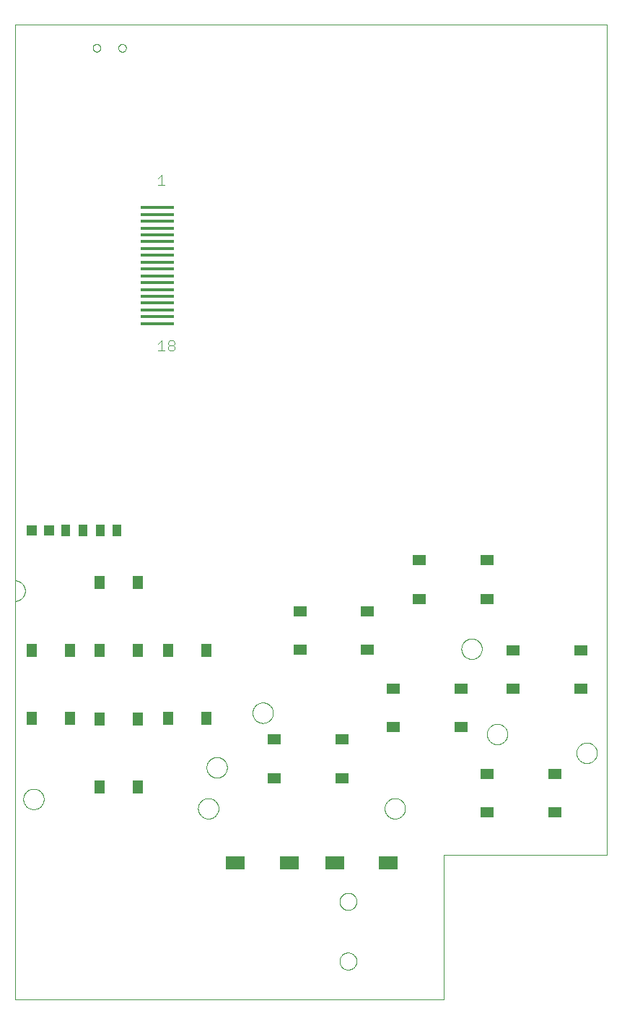
<source format=gtp>
G75*
%MOIN*%
%OFA0B0*%
%FSLAX25Y25*%
%IPPOS*%
%LPD*%
%AMOC8*
5,1,8,0,0,1.08239X$1,22.5*
%
%ADD10C,0.00000*%
%ADD11C,0.00039*%
%ADD12R,0.04331X0.05512*%
%ADD13R,0.15748X0.01575*%
%ADD14C,0.00400*%
%ADD15R,0.06102X0.05118*%
%ADD16R,0.09055X0.06299*%
%ADD17R,0.04724X0.04724*%
%ADD18R,0.05118X0.06102*%
D10*
X0017142Y0017142D02*
X0017142Y0201000D01*
X0017142Y0210449D01*
X0017142Y0466945D01*
X0290764Y0466945D01*
X0290764Y0083874D01*
X0215173Y0083874D01*
X0215173Y0017142D01*
X0017142Y0017142D01*
X0017142Y0201000D02*
X0017278Y0201002D01*
X0017414Y0201008D01*
X0017550Y0201018D01*
X0017685Y0201031D01*
X0017820Y0201049D01*
X0017955Y0201070D01*
X0018089Y0201096D01*
X0018222Y0201125D01*
X0018354Y0201158D01*
X0018485Y0201195D01*
X0018615Y0201235D01*
X0018743Y0201280D01*
X0018871Y0201328D01*
X0018997Y0201379D01*
X0019121Y0201435D01*
X0019244Y0201493D01*
X0019365Y0201556D01*
X0019484Y0201622D01*
X0019602Y0201691D01*
X0019717Y0201763D01*
X0019830Y0201839D01*
X0019941Y0201918D01*
X0020049Y0202001D01*
X0020155Y0202086D01*
X0020259Y0202174D01*
X0020360Y0202265D01*
X0020458Y0202360D01*
X0020554Y0202457D01*
X0020647Y0202556D01*
X0020736Y0202659D01*
X0020823Y0202763D01*
X0020907Y0202871D01*
X0020988Y0202980D01*
X0021065Y0203092D01*
X0021139Y0203207D01*
X0021210Y0203323D01*
X0021278Y0203441D01*
X0021342Y0203561D01*
X0021402Y0203683D01*
X0021459Y0203807D01*
X0021513Y0203932D01*
X0021563Y0204059D01*
X0021609Y0204187D01*
X0021651Y0204316D01*
X0021690Y0204447D01*
X0021725Y0204578D01*
X0021756Y0204711D01*
X0021783Y0204844D01*
X0021807Y0204978D01*
X0021826Y0205113D01*
X0021842Y0205248D01*
X0021854Y0205384D01*
X0021862Y0205520D01*
X0021866Y0205656D01*
X0021866Y0205792D01*
X0021862Y0205928D01*
X0021854Y0206064D01*
X0021842Y0206200D01*
X0021826Y0206335D01*
X0021807Y0206470D01*
X0021783Y0206604D01*
X0021756Y0206737D01*
X0021725Y0206870D01*
X0021690Y0207001D01*
X0021651Y0207132D01*
X0021609Y0207261D01*
X0021563Y0207389D01*
X0021513Y0207516D01*
X0021459Y0207641D01*
X0021402Y0207765D01*
X0021342Y0207887D01*
X0021278Y0208007D01*
X0021210Y0208125D01*
X0021139Y0208241D01*
X0021065Y0208356D01*
X0020988Y0208468D01*
X0020907Y0208577D01*
X0020823Y0208685D01*
X0020736Y0208789D01*
X0020647Y0208892D01*
X0020554Y0208991D01*
X0020458Y0209088D01*
X0020360Y0209183D01*
X0020259Y0209274D01*
X0020155Y0209362D01*
X0020049Y0209447D01*
X0019941Y0209530D01*
X0019830Y0209609D01*
X0019717Y0209685D01*
X0019602Y0209757D01*
X0019484Y0209826D01*
X0019365Y0209892D01*
X0019244Y0209955D01*
X0019121Y0210013D01*
X0018997Y0210069D01*
X0018871Y0210120D01*
X0018743Y0210168D01*
X0018615Y0210213D01*
X0018485Y0210253D01*
X0018354Y0210290D01*
X0018222Y0210323D01*
X0018089Y0210352D01*
X0017955Y0210378D01*
X0017820Y0210399D01*
X0017685Y0210417D01*
X0017550Y0210430D01*
X0017414Y0210440D01*
X0017278Y0210446D01*
X0017142Y0210448D01*
X0053165Y0456118D02*
X0053167Y0456202D01*
X0053173Y0456285D01*
X0053183Y0456368D01*
X0053197Y0456451D01*
X0053214Y0456533D01*
X0053236Y0456614D01*
X0053261Y0456693D01*
X0053290Y0456772D01*
X0053323Y0456849D01*
X0053359Y0456924D01*
X0053399Y0456998D01*
X0053442Y0457070D01*
X0053489Y0457139D01*
X0053539Y0457206D01*
X0053592Y0457271D01*
X0053648Y0457333D01*
X0053706Y0457393D01*
X0053768Y0457450D01*
X0053832Y0457503D01*
X0053899Y0457554D01*
X0053968Y0457601D01*
X0054039Y0457646D01*
X0054112Y0457686D01*
X0054187Y0457723D01*
X0054264Y0457757D01*
X0054342Y0457787D01*
X0054421Y0457813D01*
X0054502Y0457836D01*
X0054584Y0457854D01*
X0054666Y0457869D01*
X0054749Y0457880D01*
X0054832Y0457887D01*
X0054916Y0457890D01*
X0055000Y0457889D01*
X0055083Y0457884D01*
X0055167Y0457875D01*
X0055249Y0457862D01*
X0055331Y0457846D01*
X0055412Y0457825D01*
X0055493Y0457801D01*
X0055571Y0457773D01*
X0055649Y0457741D01*
X0055725Y0457705D01*
X0055799Y0457666D01*
X0055871Y0457624D01*
X0055941Y0457578D01*
X0056009Y0457529D01*
X0056074Y0457477D01*
X0056137Y0457422D01*
X0056197Y0457364D01*
X0056255Y0457303D01*
X0056309Y0457239D01*
X0056361Y0457173D01*
X0056409Y0457105D01*
X0056454Y0457034D01*
X0056495Y0456961D01*
X0056534Y0456887D01*
X0056568Y0456811D01*
X0056599Y0456733D01*
X0056626Y0456654D01*
X0056650Y0456573D01*
X0056669Y0456492D01*
X0056685Y0456410D01*
X0056697Y0456327D01*
X0056705Y0456243D01*
X0056709Y0456160D01*
X0056709Y0456076D01*
X0056705Y0455993D01*
X0056697Y0455909D01*
X0056685Y0455826D01*
X0056669Y0455744D01*
X0056650Y0455663D01*
X0056626Y0455582D01*
X0056599Y0455503D01*
X0056568Y0455425D01*
X0056534Y0455349D01*
X0056495Y0455275D01*
X0056454Y0455202D01*
X0056409Y0455131D01*
X0056361Y0455063D01*
X0056309Y0454997D01*
X0056255Y0454933D01*
X0056197Y0454872D01*
X0056137Y0454814D01*
X0056074Y0454759D01*
X0056009Y0454707D01*
X0055941Y0454658D01*
X0055871Y0454612D01*
X0055799Y0454570D01*
X0055725Y0454531D01*
X0055649Y0454495D01*
X0055571Y0454463D01*
X0055493Y0454435D01*
X0055412Y0454411D01*
X0055331Y0454390D01*
X0055249Y0454374D01*
X0055167Y0454361D01*
X0055083Y0454352D01*
X0055000Y0454347D01*
X0054916Y0454346D01*
X0054832Y0454349D01*
X0054749Y0454356D01*
X0054666Y0454367D01*
X0054584Y0454382D01*
X0054502Y0454400D01*
X0054421Y0454423D01*
X0054342Y0454449D01*
X0054264Y0454479D01*
X0054187Y0454513D01*
X0054112Y0454550D01*
X0054039Y0454590D01*
X0053968Y0454635D01*
X0053899Y0454682D01*
X0053832Y0454733D01*
X0053768Y0454786D01*
X0053706Y0454843D01*
X0053648Y0454903D01*
X0053592Y0454965D01*
X0053539Y0455030D01*
X0053489Y0455097D01*
X0053442Y0455166D01*
X0053399Y0455238D01*
X0053359Y0455312D01*
X0053323Y0455387D01*
X0053290Y0455464D01*
X0053261Y0455543D01*
X0053236Y0455622D01*
X0053214Y0455703D01*
X0053197Y0455785D01*
X0053183Y0455868D01*
X0053173Y0455951D01*
X0053167Y0456034D01*
X0053165Y0456118D01*
X0064976Y0456118D02*
X0064978Y0456202D01*
X0064984Y0456285D01*
X0064994Y0456368D01*
X0065008Y0456451D01*
X0065025Y0456533D01*
X0065047Y0456614D01*
X0065072Y0456693D01*
X0065101Y0456772D01*
X0065134Y0456849D01*
X0065170Y0456924D01*
X0065210Y0456998D01*
X0065253Y0457070D01*
X0065300Y0457139D01*
X0065350Y0457206D01*
X0065403Y0457271D01*
X0065459Y0457333D01*
X0065517Y0457393D01*
X0065579Y0457450D01*
X0065643Y0457503D01*
X0065710Y0457554D01*
X0065779Y0457601D01*
X0065850Y0457646D01*
X0065923Y0457686D01*
X0065998Y0457723D01*
X0066075Y0457757D01*
X0066153Y0457787D01*
X0066232Y0457813D01*
X0066313Y0457836D01*
X0066395Y0457854D01*
X0066477Y0457869D01*
X0066560Y0457880D01*
X0066643Y0457887D01*
X0066727Y0457890D01*
X0066811Y0457889D01*
X0066894Y0457884D01*
X0066978Y0457875D01*
X0067060Y0457862D01*
X0067142Y0457846D01*
X0067223Y0457825D01*
X0067304Y0457801D01*
X0067382Y0457773D01*
X0067460Y0457741D01*
X0067536Y0457705D01*
X0067610Y0457666D01*
X0067682Y0457624D01*
X0067752Y0457578D01*
X0067820Y0457529D01*
X0067885Y0457477D01*
X0067948Y0457422D01*
X0068008Y0457364D01*
X0068066Y0457303D01*
X0068120Y0457239D01*
X0068172Y0457173D01*
X0068220Y0457105D01*
X0068265Y0457034D01*
X0068306Y0456961D01*
X0068345Y0456887D01*
X0068379Y0456811D01*
X0068410Y0456733D01*
X0068437Y0456654D01*
X0068461Y0456573D01*
X0068480Y0456492D01*
X0068496Y0456410D01*
X0068508Y0456327D01*
X0068516Y0456243D01*
X0068520Y0456160D01*
X0068520Y0456076D01*
X0068516Y0455993D01*
X0068508Y0455909D01*
X0068496Y0455826D01*
X0068480Y0455744D01*
X0068461Y0455663D01*
X0068437Y0455582D01*
X0068410Y0455503D01*
X0068379Y0455425D01*
X0068345Y0455349D01*
X0068306Y0455275D01*
X0068265Y0455202D01*
X0068220Y0455131D01*
X0068172Y0455063D01*
X0068120Y0454997D01*
X0068066Y0454933D01*
X0068008Y0454872D01*
X0067948Y0454814D01*
X0067885Y0454759D01*
X0067820Y0454707D01*
X0067752Y0454658D01*
X0067682Y0454612D01*
X0067610Y0454570D01*
X0067536Y0454531D01*
X0067460Y0454495D01*
X0067382Y0454463D01*
X0067304Y0454435D01*
X0067223Y0454411D01*
X0067142Y0454390D01*
X0067060Y0454374D01*
X0066978Y0454361D01*
X0066894Y0454352D01*
X0066811Y0454347D01*
X0066727Y0454346D01*
X0066643Y0454349D01*
X0066560Y0454356D01*
X0066477Y0454367D01*
X0066395Y0454382D01*
X0066313Y0454400D01*
X0066232Y0454423D01*
X0066153Y0454449D01*
X0066075Y0454479D01*
X0065998Y0454513D01*
X0065923Y0454550D01*
X0065850Y0454590D01*
X0065779Y0454635D01*
X0065710Y0454682D01*
X0065643Y0454733D01*
X0065579Y0454786D01*
X0065517Y0454843D01*
X0065459Y0454903D01*
X0065403Y0454965D01*
X0065350Y0455030D01*
X0065300Y0455097D01*
X0065253Y0455166D01*
X0065210Y0455238D01*
X0065170Y0455312D01*
X0065134Y0455387D01*
X0065101Y0455464D01*
X0065072Y0455543D01*
X0065047Y0455622D01*
X0065025Y0455703D01*
X0065008Y0455785D01*
X0064994Y0455868D01*
X0064984Y0455951D01*
X0064978Y0456034D01*
X0064976Y0456118D01*
X0167142Y0062417D02*
X0167144Y0062542D01*
X0167150Y0062667D01*
X0167160Y0062791D01*
X0167174Y0062915D01*
X0167191Y0063039D01*
X0167213Y0063162D01*
X0167239Y0063284D01*
X0167268Y0063406D01*
X0167301Y0063526D01*
X0167339Y0063645D01*
X0167379Y0063764D01*
X0167424Y0063880D01*
X0167472Y0063995D01*
X0167524Y0064109D01*
X0167580Y0064221D01*
X0167639Y0064331D01*
X0167701Y0064439D01*
X0167767Y0064546D01*
X0167836Y0064650D01*
X0167909Y0064751D01*
X0167984Y0064851D01*
X0168063Y0064948D01*
X0168145Y0065042D01*
X0168230Y0065134D01*
X0168317Y0065223D01*
X0168408Y0065309D01*
X0168501Y0065392D01*
X0168597Y0065473D01*
X0168695Y0065550D01*
X0168795Y0065624D01*
X0168898Y0065695D01*
X0169003Y0065762D01*
X0169111Y0065827D01*
X0169220Y0065887D01*
X0169331Y0065945D01*
X0169444Y0065998D01*
X0169558Y0066048D01*
X0169674Y0066095D01*
X0169791Y0066137D01*
X0169910Y0066176D01*
X0170030Y0066212D01*
X0170151Y0066243D01*
X0170273Y0066271D01*
X0170395Y0066294D01*
X0170519Y0066314D01*
X0170643Y0066330D01*
X0170767Y0066342D01*
X0170892Y0066350D01*
X0171017Y0066354D01*
X0171141Y0066354D01*
X0171266Y0066350D01*
X0171391Y0066342D01*
X0171515Y0066330D01*
X0171639Y0066314D01*
X0171763Y0066294D01*
X0171885Y0066271D01*
X0172007Y0066243D01*
X0172128Y0066212D01*
X0172248Y0066176D01*
X0172367Y0066137D01*
X0172484Y0066095D01*
X0172600Y0066048D01*
X0172714Y0065998D01*
X0172827Y0065945D01*
X0172938Y0065887D01*
X0173048Y0065827D01*
X0173155Y0065762D01*
X0173260Y0065695D01*
X0173363Y0065624D01*
X0173463Y0065550D01*
X0173561Y0065473D01*
X0173657Y0065392D01*
X0173750Y0065309D01*
X0173841Y0065223D01*
X0173928Y0065134D01*
X0174013Y0065042D01*
X0174095Y0064948D01*
X0174174Y0064851D01*
X0174249Y0064751D01*
X0174322Y0064650D01*
X0174391Y0064546D01*
X0174457Y0064439D01*
X0174519Y0064331D01*
X0174578Y0064221D01*
X0174634Y0064109D01*
X0174686Y0063995D01*
X0174734Y0063880D01*
X0174779Y0063764D01*
X0174819Y0063645D01*
X0174857Y0063526D01*
X0174890Y0063406D01*
X0174919Y0063284D01*
X0174945Y0063162D01*
X0174967Y0063039D01*
X0174984Y0062915D01*
X0174998Y0062791D01*
X0175008Y0062667D01*
X0175014Y0062542D01*
X0175016Y0062417D01*
X0175014Y0062292D01*
X0175008Y0062167D01*
X0174998Y0062043D01*
X0174984Y0061919D01*
X0174967Y0061795D01*
X0174945Y0061672D01*
X0174919Y0061550D01*
X0174890Y0061428D01*
X0174857Y0061308D01*
X0174819Y0061189D01*
X0174779Y0061070D01*
X0174734Y0060954D01*
X0174686Y0060839D01*
X0174634Y0060725D01*
X0174578Y0060613D01*
X0174519Y0060503D01*
X0174457Y0060395D01*
X0174391Y0060288D01*
X0174322Y0060184D01*
X0174249Y0060083D01*
X0174174Y0059983D01*
X0174095Y0059886D01*
X0174013Y0059792D01*
X0173928Y0059700D01*
X0173841Y0059611D01*
X0173750Y0059525D01*
X0173657Y0059442D01*
X0173561Y0059361D01*
X0173463Y0059284D01*
X0173363Y0059210D01*
X0173260Y0059139D01*
X0173155Y0059072D01*
X0173047Y0059007D01*
X0172938Y0058947D01*
X0172827Y0058889D01*
X0172714Y0058836D01*
X0172600Y0058786D01*
X0172484Y0058739D01*
X0172367Y0058697D01*
X0172248Y0058658D01*
X0172128Y0058622D01*
X0172007Y0058591D01*
X0171885Y0058563D01*
X0171763Y0058540D01*
X0171639Y0058520D01*
X0171515Y0058504D01*
X0171391Y0058492D01*
X0171266Y0058484D01*
X0171141Y0058480D01*
X0171017Y0058480D01*
X0170892Y0058484D01*
X0170767Y0058492D01*
X0170643Y0058504D01*
X0170519Y0058520D01*
X0170395Y0058540D01*
X0170273Y0058563D01*
X0170151Y0058591D01*
X0170030Y0058622D01*
X0169910Y0058658D01*
X0169791Y0058697D01*
X0169674Y0058739D01*
X0169558Y0058786D01*
X0169444Y0058836D01*
X0169331Y0058889D01*
X0169220Y0058947D01*
X0169110Y0059007D01*
X0169003Y0059072D01*
X0168898Y0059139D01*
X0168795Y0059210D01*
X0168695Y0059284D01*
X0168597Y0059361D01*
X0168501Y0059442D01*
X0168408Y0059525D01*
X0168317Y0059611D01*
X0168230Y0059700D01*
X0168145Y0059792D01*
X0168063Y0059886D01*
X0167984Y0059983D01*
X0167909Y0060083D01*
X0167836Y0060184D01*
X0167767Y0060288D01*
X0167701Y0060395D01*
X0167639Y0060503D01*
X0167580Y0060613D01*
X0167524Y0060725D01*
X0167472Y0060839D01*
X0167424Y0060954D01*
X0167379Y0061070D01*
X0167339Y0061189D01*
X0167301Y0061308D01*
X0167268Y0061428D01*
X0167239Y0061550D01*
X0167213Y0061672D01*
X0167191Y0061795D01*
X0167174Y0061919D01*
X0167160Y0062043D01*
X0167150Y0062167D01*
X0167144Y0062292D01*
X0167142Y0062417D01*
X0167142Y0034858D02*
X0167144Y0034983D01*
X0167150Y0035108D01*
X0167160Y0035232D01*
X0167174Y0035356D01*
X0167191Y0035480D01*
X0167213Y0035603D01*
X0167239Y0035725D01*
X0167268Y0035847D01*
X0167301Y0035967D01*
X0167339Y0036086D01*
X0167379Y0036205D01*
X0167424Y0036321D01*
X0167472Y0036436D01*
X0167524Y0036550D01*
X0167580Y0036662D01*
X0167639Y0036772D01*
X0167701Y0036880D01*
X0167767Y0036987D01*
X0167836Y0037091D01*
X0167909Y0037192D01*
X0167984Y0037292D01*
X0168063Y0037389D01*
X0168145Y0037483D01*
X0168230Y0037575D01*
X0168317Y0037664D01*
X0168408Y0037750D01*
X0168501Y0037833D01*
X0168597Y0037914D01*
X0168695Y0037991D01*
X0168795Y0038065D01*
X0168898Y0038136D01*
X0169003Y0038203D01*
X0169111Y0038268D01*
X0169220Y0038328D01*
X0169331Y0038386D01*
X0169444Y0038439D01*
X0169558Y0038489D01*
X0169674Y0038536D01*
X0169791Y0038578D01*
X0169910Y0038617D01*
X0170030Y0038653D01*
X0170151Y0038684D01*
X0170273Y0038712D01*
X0170395Y0038735D01*
X0170519Y0038755D01*
X0170643Y0038771D01*
X0170767Y0038783D01*
X0170892Y0038791D01*
X0171017Y0038795D01*
X0171141Y0038795D01*
X0171266Y0038791D01*
X0171391Y0038783D01*
X0171515Y0038771D01*
X0171639Y0038755D01*
X0171763Y0038735D01*
X0171885Y0038712D01*
X0172007Y0038684D01*
X0172128Y0038653D01*
X0172248Y0038617D01*
X0172367Y0038578D01*
X0172484Y0038536D01*
X0172600Y0038489D01*
X0172714Y0038439D01*
X0172827Y0038386D01*
X0172938Y0038328D01*
X0173048Y0038268D01*
X0173155Y0038203D01*
X0173260Y0038136D01*
X0173363Y0038065D01*
X0173463Y0037991D01*
X0173561Y0037914D01*
X0173657Y0037833D01*
X0173750Y0037750D01*
X0173841Y0037664D01*
X0173928Y0037575D01*
X0174013Y0037483D01*
X0174095Y0037389D01*
X0174174Y0037292D01*
X0174249Y0037192D01*
X0174322Y0037091D01*
X0174391Y0036987D01*
X0174457Y0036880D01*
X0174519Y0036772D01*
X0174578Y0036662D01*
X0174634Y0036550D01*
X0174686Y0036436D01*
X0174734Y0036321D01*
X0174779Y0036205D01*
X0174819Y0036086D01*
X0174857Y0035967D01*
X0174890Y0035847D01*
X0174919Y0035725D01*
X0174945Y0035603D01*
X0174967Y0035480D01*
X0174984Y0035356D01*
X0174998Y0035232D01*
X0175008Y0035108D01*
X0175014Y0034983D01*
X0175016Y0034858D01*
X0175014Y0034733D01*
X0175008Y0034608D01*
X0174998Y0034484D01*
X0174984Y0034360D01*
X0174967Y0034236D01*
X0174945Y0034113D01*
X0174919Y0033991D01*
X0174890Y0033869D01*
X0174857Y0033749D01*
X0174819Y0033630D01*
X0174779Y0033511D01*
X0174734Y0033395D01*
X0174686Y0033280D01*
X0174634Y0033166D01*
X0174578Y0033054D01*
X0174519Y0032944D01*
X0174457Y0032836D01*
X0174391Y0032729D01*
X0174322Y0032625D01*
X0174249Y0032524D01*
X0174174Y0032424D01*
X0174095Y0032327D01*
X0174013Y0032233D01*
X0173928Y0032141D01*
X0173841Y0032052D01*
X0173750Y0031966D01*
X0173657Y0031883D01*
X0173561Y0031802D01*
X0173463Y0031725D01*
X0173363Y0031651D01*
X0173260Y0031580D01*
X0173155Y0031513D01*
X0173047Y0031448D01*
X0172938Y0031388D01*
X0172827Y0031330D01*
X0172714Y0031277D01*
X0172600Y0031227D01*
X0172484Y0031180D01*
X0172367Y0031138D01*
X0172248Y0031099D01*
X0172128Y0031063D01*
X0172007Y0031032D01*
X0171885Y0031004D01*
X0171763Y0030981D01*
X0171639Y0030961D01*
X0171515Y0030945D01*
X0171391Y0030933D01*
X0171266Y0030925D01*
X0171141Y0030921D01*
X0171017Y0030921D01*
X0170892Y0030925D01*
X0170767Y0030933D01*
X0170643Y0030945D01*
X0170519Y0030961D01*
X0170395Y0030981D01*
X0170273Y0031004D01*
X0170151Y0031032D01*
X0170030Y0031063D01*
X0169910Y0031099D01*
X0169791Y0031138D01*
X0169674Y0031180D01*
X0169558Y0031227D01*
X0169444Y0031277D01*
X0169331Y0031330D01*
X0169220Y0031388D01*
X0169110Y0031448D01*
X0169003Y0031513D01*
X0168898Y0031580D01*
X0168795Y0031651D01*
X0168695Y0031725D01*
X0168597Y0031802D01*
X0168501Y0031883D01*
X0168408Y0031966D01*
X0168317Y0032052D01*
X0168230Y0032141D01*
X0168145Y0032233D01*
X0168063Y0032327D01*
X0167984Y0032424D01*
X0167909Y0032524D01*
X0167836Y0032625D01*
X0167767Y0032729D01*
X0167701Y0032836D01*
X0167639Y0032944D01*
X0167580Y0033054D01*
X0167524Y0033166D01*
X0167472Y0033280D01*
X0167424Y0033395D01*
X0167379Y0033511D01*
X0167339Y0033630D01*
X0167301Y0033749D01*
X0167268Y0033869D01*
X0167239Y0033991D01*
X0167213Y0034113D01*
X0167191Y0034236D01*
X0167174Y0034360D01*
X0167160Y0034484D01*
X0167150Y0034608D01*
X0167144Y0034733D01*
X0167142Y0034858D01*
D11*
X0188008Y0105331D02*
X0188010Y0105468D01*
X0188016Y0105606D01*
X0188026Y0105743D01*
X0188040Y0105879D01*
X0188058Y0106016D01*
X0188080Y0106151D01*
X0188106Y0106286D01*
X0188135Y0106420D01*
X0188169Y0106554D01*
X0188206Y0106686D01*
X0188248Y0106817D01*
X0188293Y0106947D01*
X0188342Y0107075D01*
X0188394Y0107202D01*
X0188451Y0107327D01*
X0188510Y0107451D01*
X0188574Y0107573D01*
X0188641Y0107693D01*
X0188711Y0107811D01*
X0188785Y0107927D01*
X0188862Y0108041D01*
X0188943Y0108152D01*
X0189026Y0108261D01*
X0189113Y0108368D01*
X0189203Y0108471D01*
X0189296Y0108573D01*
X0189392Y0108671D01*
X0189490Y0108767D01*
X0189592Y0108860D01*
X0189695Y0108950D01*
X0189802Y0109037D01*
X0189911Y0109120D01*
X0190022Y0109201D01*
X0190136Y0109278D01*
X0190252Y0109352D01*
X0190370Y0109422D01*
X0190490Y0109489D01*
X0190612Y0109553D01*
X0190736Y0109612D01*
X0190861Y0109669D01*
X0190988Y0109721D01*
X0191116Y0109770D01*
X0191246Y0109815D01*
X0191377Y0109857D01*
X0191509Y0109894D01*
X0191643Y0109928D01*
X0191777Y0109957D01*
X0191912Y0109983D01*
X0192047Y0110005D01*
X0192184Y0110023D01*
X0192320Y0110037D01*
X0192457Y0110047D01*
X0192595Y0110053D01*
X0192732Y0110055D01*
X0192869Y0110053D01*
X0193007Y0110047D01*
X0193144Y0110037D01*
X0193280Y0110023D01*
X0193417Y0110005D01*
X0193552Y0109983D01*
X0193687Y0109957D01*
X0193821Y0109928D01*
X0193955Y0109894D01*
X0194087Y0109857D01*
X0194218Y0109815D01*
X0194348Y0109770D01*
X0194476Y0109721D01*
X0194603Y0109669D01*
X0194728Y0109612D01*
X0194852Y0109553D01*
X0194974Y0109489D01*
X0195094Y0109422D01*
X0195212Y0109352D01*
X0195328Y0109278D01*
X0195442Y0109201D01*
X0195553Y0109120D01*
X0195662Y0109037D01*
X0195769Y0108950D01*
X0195872Y0108860D01*
X0195974Y0108767D01*
X0196072Y0108671D01*
X0196168Y0108573D01*
X0196261Y0108471D01*
X0196351Y0108368D01*
X0196438Y0108261D01*
X0196521Y0108152D01*
X0196602Y0108041D01*
X0196679Y0107927D01*
X0196753Y0107811D01*
X0196823Y0107693D01*
X0196890Y0107573D01*
X0196954Y0107451D01*
X0197013Y0107327D01*
X0197070Y0107202D01*
X0197122Y0107075D01*
X0197171Y0106947D01*
X0197216Y0106817D01*
X0197258Y0106686D01*
X0197295Y0106554D01*
X0197329Y0106420D01*
X0197358Y0106286D01*
X0197384Y0106151D01*
X0197406Y0106016D01*
X0197424Y0105879D01*
X0197438Y0105743D01*
X0197448Y0105606D01*
X0197454Y0105468D01*
X0197456Y0105331D01*
X0197454Y0105194D01*
X0197448Y0105056D01*
X0197438Y0104919D01*
X0197424Y0104783D01*
X0197406Y0104646D01*
X0197384Y0104511D01*
X0197358Y0104376D01*
X0197329Y0104242D01*
X0197295Y0104108D01*
X0197258Y0103976D01*
X0197216Y0103845D01*
X0197171Y0103715D01*
X0197122Y0103587D01*
X0197070Y0103460D01*
X0197013Y0103335D01*
X0196954Y0103211D01*
X0196890Y0103089D01*
X0196823Y0102969D01*
X0196753Y0102851D01*
X0196679Y0102735D01*
X0196602Y0102621D01*
X0196521Y0102510D01*
X0196438Y0102401D01*
X0196351Y0102294D01*
X0196261Y0102191D01*
X0196168Y0102089D01*
X0196072Y0101991D01*
X0195974Y0101895D01*
X0195872Y0101802D01*
X0195769Y0101712D01*
X0195662Y0101625D01*
X0195553Y0101542D01*
X0195442Y0101461D01*
X0195328Y0101384D01*
X0195212Y0101310D01*
X0195094Y0101240D01*
X0194974Y0101173D01*
X0194852Y0101109D01*
X0194728Y0101050D01*
X0194603Y0100993D01*
X0194476Y0100941D01*
X0194348Y0100892D01*
X0194218Y0100847D01*
X0194087Y0100805D01*
X0193955Y0100768D01*
X0193821Y0100734D01*
X0193687Y0100705D01*
X0193552Y0100679D01*
X0193417Y0100657D01*
X0193280Y0100639D01*
X0193144Y0100625D01*
X0193007Y0100615D01*
X0192869Y0100609D01*
X0192732Y0100607D01*
X0192595Y0100609D01*
X0192457Y0100615D01*
X0192320Y0100625D01*
X0192184Y0100639D01*
X0192047Y0100657D01*
X0191912Y0100679D01*
X0191777Y0100705D01*
X0191643Y0100734D01*
X0191509Y0100768D01*
X0191377Y0100805D01*
X0191246Y0100847D01*
X0191116Y0100892D01*
X0190988Y0100941D01*
X0190861Y0100993D01*
X0190736Y0101050D01*
X0190612Y0101109D01*
X0190490Y0101173D01*
X0190370Y0101240D01*
X0190252Y0101310D01*
X0190136Y0101384D01*
X0190022Y0101461D01*
X0189911Y0101542D01*
X0189802Y0101625D01*
X0189695Y0101712D01*
X0189592Y0101802D01*
X0189490Y0101895D01*
X0189392Y0101991D01*
X0189296Y0102089D01*
X0189203Y0102191D01*
X0189113Y0102294D01*
X0189026Y0102401D01*
X0188943Y0102510D01*
X0188862Y0102621D01*
X0188785Y0102735D01*
X0188711Y0102851D01*
X0188641Y0102969D01*
X0188574Y0103089D01*
X0188510Y0103211D01*
X0188451Y0103335D01*
X0188394Y0103460D01*
X0188342Y0103587D01*
X0188293Y0103715D01*
X0188248Y0103845D01*
X0188206Y0103976D01*
X0188169Y0104108D01*
X0188135Y0104242D01*
X0188106Y0104376D01*
X0188080Y0104511D01*
X0188058Y0104646D01*
X0188040Y0104783D01*
X0188026Y0104919D01*
X0188016Y0105056D01*
X0188010Y0105194D01*
X0188008Y0105331D01*
X0223441Y0178953D02*
X0223443Y0179090D01*
X0223449Y0179228D01*
X0223459Y0179365D01*
X0223473Y0179501D01*
X0223491Y0179638D01*
X0223513Y0179773D01*
X0223539Y0179908D01*
X0223568Y0180042D01*
X0223602Y0180176D01*
X0223639Y0180308D01*
X0223681Y0180439D01*
X0223726Y0180569D01*
X0223775Y0180697D01*
X0223827Y0180824D01*
X0223884Y0180949D01*
X0223943Y0181073D01*
X0224007Y0181195D01*
X0224074Y0181315D01*
X0224144Y0181433D01*
X0224218Y0181549D01*
X0224295Y0181663D01*
X0224376Y0181774D01*
X0224459Y0181883D01*
X0224546Y0181990D01*
X0224636Y0182093D01*
X0224729Y0182195D01*
X0224825Y0182293D01*
X0224923Y0182389D01*
X0225025Y0182482D01*
X0225128Y0182572D01*
X0225235Y0182659D01*
X0225344Y0182742D01*
X0225455Y0182823D01*
X0225569Y0182900D01*
X0225685Y0182974D01*
X0225803Y0183044D01*
X0225923Y0183111D01*
X0226045Y0183175D01*
X0226169Y0183234D01*
X0226294Y0183291D01*
X0226421Y0183343D01*
X0226549Y0183392D01*
X0226679Y0183437D01*
X0226810Y0183479D01*
X0226942Y0183516D01*
X0227076Y0183550D01*
X0227210Y0183579D01*
X0227345Y0183605D01*
X0227480Y0183627D01*
X0227617Y0183645D01*
X0227753Y0183659D01*
X0227890Y0183669D01*
X0228028Y0183675D01*
X0228165Y0183677D01*
X0228302Y0183675D01*
X0228440Y0183669D01*
X0228577Y0183659D01*
X0228713Y0183645D01*
X0228850Y0183627D01*
X0228985Y0183605D01*
X0229120Y0183579D01*
X0229254Y0183550D01*
X0229388Y0183516D01*
X0229520Y0183479D01*
X0229651Y0183437D01*
X0229781Y0183392D01*
X0229909Y0183343D01*
X0230036Y0183291D01*
X0230161Y0183234D01*
X0230285Y0183175D01*
X0230407Y0183111D01*
X0230527Y0183044D01*
X0230645Y0182974D01*
X0230761Y0182900D01*
X0230875Y0182823D01*
X0230986Y0182742D01*
X0231095Y0182659D01*
X0231202Y0182572D01*
X0231305Y0182482D01*
X0231407Y0182389D01*
X0231505Y0182293D01*
X0231601Y0182195D01*
X0231694Y0182093D01*
X0231784Y0181990D01*
X0231871Y0181883D01*
X0231954Y0181774D01*
X0232035Y0181663D01*
X0232112Y0181549D01*
X0232186Y0181433D01*
X0232256Y0181315D01*
X0232323Y0181195D01*
X0232387Y0181073D01*
X0232446Y0180949D01*
X0232503Y0180824D01*
X0232555Y0180697D01*
X0232604Y0180569D01*
X0232649Y0180439D01*
X0232691Y0180308D01*
X0232728Y0180176D01*
X0232762Y0180042D01*
X0232791Y0179908D01*
X0232817Y0179773D01*
X0232839Y0179638D01*
X0232857Y0179501D01*
X0232871Y0179365D01*
X0232881Y0179228D01*
X0232887Y0179090D01*
X0232889Y0178953D01*
X0232887Y0178816D01*
X0232881Y0178678D01*
X0232871Y0178541D01*
X0232857Y0178405D01*
X0232839Y0178268D01*
X0232817Y0178133D01*
X0232791Y0177998D01*
X0232762Y0177864D01*
X0232728Y0177730D01*
X0232691Y0177598D01*
X0232649Y0177467D01*
X0232604Y0177337D01*
X0232555Y0177209D01*
X0232503Y0177082D01*
X0232446Y0176957D01*
X0232387Y0176833D01*
X0232323Y0176711D01*
X0232256Y0176591D01*
X0232186Y0176473D01*
X0232112Y0176357D01*
X0232035Y0176243D01*
X0231954Y0176132D01*
X0231871Y0176023D01*
X0231784Y0175916D01*
X0231694Y0175813D01*
X0231601Y0175711D01*
X0231505Y0175613D01*
X0231407Y0175517D01*
X0231305Y0175424D01*
X0231202Y0175334D01*
X0231095Y0175247D01*
X0230986Y0175164D01*
X0230875Y0175083D01*
X0230761Y0175006D01*
X0230645Y0174932D01*
X0230527Y0174862D01*
X0230407Y0174795D01*
X0230285Y0174731D01*
X0230161Y0174672D01*
X0230036Y0174615D01*
X0229909Y0174563D01*
X0229781Y0174514D01*
X0229651Y0174469D01*
X0229520Y0174427D01*
X0229388Y0174390D01*
X0229254Y0174356D01*
X0229120Y0174327D01*
X0228985Y0174301D01*
X0228850Y0174279D01*
X0228713Y0174261D01*
X0228577Y0174247D01*
X0228440Y0174237D01*
X0228302Y0174231D01*
X0228165Y0174229D01*
X0228028Y0174231D01*
X0227890Y0174237D01*
X0227753Y0174247D01*
X0227617Y0174261D01*
X0227480Y0174279D01*
X0227345Y0174301D01*
X0227210Y0174327D01*
X0227076Y0174356D01*
X0226942Y0174390D01*
X0226810Y0174427D01*
X0226679Y0174469D01*
X0226549Y0174514D01*
X0226421Y0174563D01*
X0226294Y0174615D01*
X0226169Y0174672D01*
X0226045Y0174731D01*
X0225923Y0174795D01*
X0225803Y0174862D01*
X0225685Y0174932D01*
X0225569Y0175006D01*
X0225455Y0175083D01*
X0225344Y0175164D01*
X0225235Y0175247D01*
X0225128Y0175334D01*
X0225025Y0175424D01*
X0224923Y0175517D01*
X0224825Y0175613D01*
X0224729Y0175711D01*
X0224636Y0175813D01*
X0224546Y0175916D01*
X0224459Y0176023D01*
X0224376Y0176132D01*
X0224295Y0176243D01*
X0224218Y0176357D01*
X0224144Y0176473D01*
X0224074Y0176591D01*
X0224007Y0176711D01*
X0223943Y0176833D01*
X0223884Y0176957D01*
X0223827Y0177082D01*
X0223775Y0177209D01*
X0223726Y0177337D01*
X0223681Y0177467D01*
X0223639Y0177598D01*
X0223602Y0177730D01*
X0223568Y0177864D01*
X0223539Y0177998D01*
X0223513Y0178133D01*
X0223491Y0178268D01*
X0223473Y0178405D01*
X0223459Y0178541D01*
X0223449Y0178678D01*
X0223443Y0178816D01*
X0223441Y0178953D01*
X0235252Y0139583D02*
X0235254Y0139720D01*
X0235260Y0139858D01*
X0235270Y0139995D01*
X0235284Y0140131D01*
X0235302Y0140268D01*
X0235324Y0140403D01*
X0235350Y0140538D01*
X0235379Y0140672D01*
X0235413Y0140806D01*
X0235450Y0140938D01*
X0235492Y0141069D01*
X0235537Y0141199D01*
X0235586Y0141327D01*
X0235638Y0141454D01*
X0235695Y0141579D01*
X0235754Y0141703D01*
X0235818Y0141825D01*
X0235885Y0141945D01*
X0235955Y0142063D01*
X0236029Y0142179D01*
X0236106Y0142293D01*
X0236187Y0142404D01*
X0236270Y0142513D01*
X0236357Y0142620D01*
X0236447Y0142723D01*
X0236540Y0142825D01*
X0236636Y0142923D01*
X0236734Y0143019D01*
X0236836Y0143112D01*
X0236939Y0143202D01*
X0237046Y0143289D01*
X0237155Y0143372D01*
X0237266Y0143453D01*
X0237380Y0143530D01*
X0237496Y0143604D01*
X0237614Y0143674D01*
X0237734Y0143741D01*
X0237856Y0143805D01*
X0237980Y0143864D01*
X0238105Y0143921D01*
X0238232Y0143973D01*
X0238360Y0144022D01*
X0238490Y0144067D01*
X0238621Y0144109D01*
X0238753Y0144146D01*
X0238887Y0144180D01*
X0239021Y0144209D01*
X0239156Y0144235D01*
X0239291Y0144257D01*
X0239428Y0144275D01*
X0239564Y0144289D01*
X0239701Y0144299D01*
X0239839Y0144305D01*
X0239976Y0144307D01*
X0240113Y0144305D01*
X0240251Y0144299D01*
X0240388Y0144289D01*
X0240524Y0144275D01*
X0240661Y0144257D01*
X0240796Y0144235D01*
X0240931Y0144209D01*
X0241065Y0144180D01*
X0241199Y0144146D01*
X0241331Y0144109D01*
X0241462Y0144067D01*
X0241592Y0144022D01*
X0241720Y0143973D01*
X0241847Y0143921D01*
X0241972Y0143864D01*
X0242096Y0143805D01*
X0242218Y0143741D01*
X0242338Y0143674D01*
X0242456Y0143604D01*
X0242572Y0143530D01*
X0242686Y0143453D01*
X0242797Y0143372D01*
X0242906Y0143289D01*
X0243013Y0143202D01*
X0243116Y0143112D01*
X0243218Y0143019D01*
X0243316Y0142923D01*
X0243412Y0142825D01*
X0243505Y0142723D01*
X0243595Y0142620D01*
X0243682Y0142513D01*
X0243765Y0142404D01*
X0243846Y0142293D01*
X0243923Y0142179D01*
X0243997Y0142063D01*
X0244067Y0141945D01*
X0244134Y0141825D01*
X0244198Y0141703D01*
X0244257Y0141579D01*
X0244314Y0141454D01*
X0244366Y0141327D01*
X0244415Y0141199D01*
X0244460Y0141069D01*
X0244502Y0140938D01*
X0244539Y0140806D01*
X0244573Y0140672D01*
X0244602Y0140538D01*
X0244628Y0140403D01*
X0244650Y0140268D01*
X0244668Y0140131D01*
X0244682Y0139995D01*
X0244692Y0139858D01*
X0244698Y0139720D01*
X0244700Y0139583D01*
X0244698Y0139446D01*
X0244692Y0139308D01*
X0244682Y0139171D01*
X0244668Y0139035D01*
X0244650Y0138898D01*
X0244628Y0138763D01*
X0244602Y0138628D01*
X0244573Y0138494D01*
X0244539Y0138360D01*
X0244502Y0138228D01*
X0244460Y0138097D01*
X0244415Y0137967D01*
X0244366Y0137839D01*
X0244314Y0137712D01*
X0244257Y0137587D01*
X0244198Y0137463D01*
X0244134Y0137341D01*
X0244067Y0137221D01*
X0243997Y0137103D01*
X0243923Y0136987D01*
X0243846Y0136873D01*
X0243765Y0136762D01*
X0243682Y0136653D01*
X0243595Y0136546D01*
X0243505Y0136443D01*
X0243412Y0136341D01*
X0243316Y0136243D01*
X0243218Y0136147D01*
X0243116Y0136054D01*
X0243013Y0135964D01*
X0242906Y0135877D01*
X0242797Y0135794D01*
X0242686Y0135713D01*
X0242572Y0135636D01*
X0242456Y0135562D01*
X0242338Y0135492D01*
X0242218Y0135425D01*
X0242096Y0135361D01*
X0241972Y0135302D01*
X0241847Y0135245D01*
X0241720Y0135193D01*
X0241592Y0135144D01*
X0241462Y0135099D01*
X0241331Y0135057D01*
X0241199Y0135020D01*
X0241065Y0134986D01*
X0240931Y0134957D01*
X0240796Y0134931D01*
X0240661Y0134909D01*
X0240524Y0134891D01*
X0240388Y0134877D01*
X0240251Y0134867D01*
X0240113Y0134861D01*
X0239976Y0134859D01*
X0239839Y0134861D01*
X0239701Y0134867D01*
X0239564Y0134877D01*
X0239428Y0134891D01*
X0239291Y0134909D01*
X0239156Y0134931D01*
X0239021Y0134957D01*
X0238887Y0134986D01*
X0238753Y0135020D01*
X0238621Y0135057D01*
X0238490Y0135099D01*
X0238360Y0135144D01*
X0238232Y0135193D01*
X0238105Y0135245D01*
X0237980Y0135302D01*
X0237856Y0135361D01*
X0237734Y0135425D01*
X0237614Y0135492D01*
X0237496Y0135562D01*
X0237380Y0135636D01*
X0237266Y0135713D01*
X0237155Y0135794D01*
X0237046Y0135877D01*
X0236939Y0135964D01*
X0236836Y0136054D01*
X0236734Y0136147D01*
X0236636Y0136243D01*
X0236540Y0136341D01*
X0236447Y0136443D01*
X0236357Y0136546D01*
X0236270Y0136653D01*
X0236187Y0136762D01*
X0236106Y0136873D01*
X0236029Y0136987D01*
X0235955Y0137103D01*
X0235885Y0137221D01*
X0235818Y0137341D01*
X0235754Y0137463D01*
X0235695Y0137587D01*
X0235638Y0137712D01*
X0235586Y0137839D01*
X0235537Y0137967D01*
X0235492Y0138097D01*
X0235450Y0138228D01*
X0235413Y0138360D01*
X0235379Y0138494D01*
X0235350Y0138628D01*
X0235324Y0138763D01*
X0235302Y0138898D01*
X0235284Y0139035D01*
X0235270Y0139171D01*
X0235260Y0139308D01*
X0235254Y0139446D01*
X0235252Y0139583D01*
X0276591Y0130921D02*
X0276593Y0131058D01*
X0276599Y0131196D01*
X0276609Y0131333D01*
X0276623Y0131469D01*
X0276641Y0131606D01*
X0276663Y0131741D01*
X0276689Y0131876D01*
X0276718Y0132010D01*
X0276752Y0132144D01*
X0276789Y0132276D01*
X0276831Y0132407D01*
X0276876Y0132537D01*
X0276925Y0132665D01*
X0276977Y0132792D01*
X0277034Y0132917D01*
X0277093Y0133041D01*
X0277157Y0133163D01*
X0277224Y0133283D01*
X0277294Y0133401D01*
X0277368Y0133517D01*
X0277445Y0133631D01*
X0277526Y0133742D01*
X0277609Y0133851D01*
X0277696Y0133958D01*
X0277786Y0134061D01*
X0277879Y0134163D01*
X0277975Y0134261D01*
X0278073Y0134357D01*
X0278175Y0134450D01*
X0278278Y0134540D01*
X0278385Y0134627D01*
X0278494Y0134710D01*
X0278605Y0134791D01*
X0278719Y0134868D01*
X0278835Y0134942D01*
X0278953Y0135012D01*
X0279073Y0135079D01*
X0279195Y0135143D01*
X0279319Y0135202D01*
X0279444Y0135259D01*
X0279571Y0135311D01*
X0279699Y0135360D01*
X0279829Y0135405D01*
X0279960Y0135447D01*
X0280092Y0135484D01*
X0280226Y0135518D01*
X0280360Y0135547D01*
X0280495Y0135573D01*
X0280630Y0135595D01*
X0280767Y0135613D01*
X0280903Y0135627D01*
X0281040Y0135637D01*
X0281178Y0135643D01*
X0281315Y0135645D01*
X0281452Y0135643D01*
X0281590Y0135637D01*
X0281727Y0135627D01*
X0281863Y0135613D01*
X0282000Y0135595D01*
X0282135Y0135573D01*
X0282270Y0135547D01*
X0282404Y0135518D01*
X0282538Y0135484D01*
X0282670Y0135447D01*
X0282801Y0135405D01*
X0282931Y0135360D01*
X0283059Y0135311D01*
X0283186Y0135259D01*
X0283311Y0135202D01*
X0283435Y0135143D01*
X0283557Y0135079D01*
X0283677Y0135012D01*
X0283795Y0134942D01*
X0283911Y0134868D01*
X0284025Y0134791D01*
X0284136Y0134710D01*
X0284245Y0134627D01*
X0284352Y0134540D01*
X0284455Y0134450D01*
X0284557Y0134357D01*
X0284655Y0134261D01*
X0284751Y0134163D01*
X0284844Y0134061D01*
X0284934Y0133958D01*
X0285021Y0133851D01*
X0285104Y0133742D01*
X0285185Y0133631D01*
X0285262Y0133517D01*
X0285336Y0133401D01*
X0285406Y0133283D01*
X0285473Y0133163D01*
X0285537Y0133041D01*
X0285596Y0132917D01*
X0285653Y0132792D01*
X0285705Y0132665D01*
X0285754Y0132537D01*
X0285799Y0132407D01*
X0285841Y0132276D01*
X0285878Y0132144D01*
X0285912Y0132010D01*
X0285941Y0131876D01*
X0285967Y0131741D01*
X0285989Y0131606D01*
X0286007Y0131469D01*
X0286021Y0131333D01*
X0286031Y0131196D01*
X0286037Y0131058D01*
X0286039Y0130921D01*
X0286037Y0130784D01*
X0286031Y0130646D01*
X0286021Y0130509D01*
X0286007Y0130373D01*
X0285989Y0130236D01*
X0285967Y0130101D01*
X0285941Y0129966D01*
X0285912Y0129832D01*
X0285878Y0129698D01*
X0285841Y0129566D01*
X0285799Y0129435D01*
X0285754Y0129305D01*
X0285705Y0129177D01*
X0285653Y0129050D01*
X0285596Y0128925D01*
X0285537Y0128801D01*
X0285473Y0128679D01*
X0285406Y0128559D01*
X0285336Y0128441D01*
X0285262Y0128325D01*
X0285185Y0128211D01*
X0285104Y0128100D01*
X0285021Y0127991D01*
X0284934Y0127884D01*
X0284844Y0127781D01*
X0284751Y0127679D01*
X0284655Y0127581D01*
X0284557Y0127485D01*
X0284455Y0127392D01*
X0284352Y0127302D01*
X0284245Y0127215D01*
X0284136Y0127132D01*
X0284025Y0127051D01*
X0283911Y0126974D01*
X0283795Y0126900D01*
X0283677Y0126830D01*
X0283557Y0126763D01*
X0283435Y0126699D01*
X0283311Y0126640D01*
X0283186Y0126583D01*
X0283059Y0126531D01*
X0282931Y0126482D01*
X0282801Y0126437D01*
X0282670Y0126395D01*
X0282538Y0126358D01*
X0282404Y0126324D01*
X0282270Y0126295D01*
X0282135Y0126269D01*
X0282000Y0126247D01*
X0281863Y0126229D01*
X0281727Y0126215D01*
X0281590Y0126205D01*
X0281452Y0126199D01*
X0281315Y0126197D01*
X0281178Y0126199D01*
X0281040Y0126205D01*
X0280903Y0126215D01*
X0280767Y0126229D01*
X0280630Y0126247D01*
X0280495Y0126269D01*
X0280360Y0126295D01*
X0280226Y0126324D01*
X0280092Y0126358D01*
X0279960Y0126395D01*
X0279829Y0126437D01*
X0279699Y0126482D01*
X0279571Y0126531D01*
X0279444Y0126583D01*
X0279319Y0126640D01*
X0279195Y0126699D01*
X0279073Y0126763D01*
X0278953Y0126830D01*
X0278835Y0126900D01*
X0278719Y0126974D01*
X0278605Y0127051D01*
X0278494Y0127132D01*
X0278385Y0127215D01*
X0278278Y0127302D01*
X0278175Y0127392D01*
X0278073Y0127485D01*
X0277975Y0127581D01*
X0277879Y0127679D01*
X0277786Y0127781D01*
X0277696Y0127884D01*
X0277609Y0127991D01*
X0277526Y0128100D01*
X0277445Y0128211D01*
X0277368Y0128325D01*
X0277294Y0128441D01*
X0277224Y0128559D01*
X0277157Y0128679D01*
X0277093Y0128801D01*
X0277034Y0128925D01*
X0276977Y0129050D01*
X0276925Y0129177D01*
X0276876Y0129305D01*
X0276831Y0129435D01*
X0276789Y0129566D01*
X0276752Y0129698D01*
X0276718Y0129832D01*
X0276689Y0129966D01*
X0276663Y0130101D01*
X0276641Y0130236D01*
X0276623Y0130373D01*
X0276609Y0130509D01*
X0276599Y0130646D01*
X0276593Y0130784D01*
X0276591Y0130921D01*
X0126985Y0149425D02*
X0126987Y0149562D01*
X0126993Y0149700D01*
X0127003Y0149837D01*
X0127017Y0149973D01*
X0127035Y0150110D01*
X0127057Y0150245D01*
X0127083Y0150380D01*
X0127112Y0150514D01*
X0127146Y0150648D01*
X0127183Y0150780D01*
X0127225Y0150911D01*
X0127270Y0151041D01*
X0127319Y0151169D01*
X0127371Y0151296D01*
X0127428Y0151421D01*
X0127487Y0151545D01*
X0127551Y0151667D01*
X0127618Y0151787D01*
X0127688Y0151905D01*
X0127762Y0152021D01*
X0127839Y0152135D01*
X0127920Y0152246D01*
X0128003Y0152355D01*
X0128090Y0152462D01*
X0128180Y0152565D01*
X0128273Y0152667D01*
X0128369Y0152765D01*
X0128467Y0152861D01*
X0128569Y0152954D01*
X0128672Y0153044D01*
X0128779Y0153131D01*
X0128888Y0153214D01*
X0128999Y0153295D01*
X0129113Y0153372D01*
X0129229Y0153446D01*
X0129347Y0153516D01*
X0129467Y0153583D01*
X0129589Y0153647D01*
X0129713Y0153706D01*
X0129838Y0153763D01*
X0129965Y0153815D01*
X0130093Y0153864D01*
X0130223Y0153909D01*
X0130354Y0153951D01*
X0130486Y0153988D01*
X0130620Y0154022D01*
X0130754Y0154051D01*
X0130889Y0154077D01*
X0131024Y0154099D01*
X0131161Y0154117D01*
X0131297Y0154131D01*
X0131434Y0154141D01*
X0131572Y0154147D01*
X0131709Y0154149D01*
X0131846Y0154147D01*
X0131984Y0154141D01*
X0132121Y0154131D01*
X0132257Y0154117D01*
X0132394Y0154099D01*
X0132529Y0154077D01*
X0132664Y0154051D01*
X0132798Y0154022D01*
X0132932Y0153988D01*
X0133064Y0153951D01*
X0133195Y0153909D01*
X0133325Y0153864D01*
X0133453Y0153815D01*
X0133580Y0153763D01*
X0133705Y0153706D01*
X0133829Y0153647D01*
X0133951Y0153583D01*
X0134071Y0153516D01*
X0134189Y0153446D01*
X0134305Y0153372D01*
X0134419Y0153295D01*
X0134530Y0153214D01*
X0134639Y0153131D01*
X0134746Y0153044D01*
X0134849Y0152954D01*
X0134951Y0152861D01*
X0135049Y0152765D01*
X0135145Y0152667D01*
X0135238Y0152565D01*
X0135328Y0152462D01*
X0135415Y0152355D01*
X0135498Y0152246D01*
X0135579Y0152135D01*
X0135656Y0152021D01*
X0135730Y0151905D01*
X0135800Y0151787D01*
X0135867Y0151667D01*
X0135931Y0151545D01*
X0135990Y0151421D01*
X0136047Y0151296D01*
X0136099Y0151169D01*
X0136148Y0151041D01*
X0136193Y0150911D01*
X0136235Y0150780D01*
X0136272Y0150648D01*
X0136306Y0150514D01*
X0136335Y0150380D01*
X0136361Y0150245D01*
X0136383Y0150110D01*
X0136401Y0149973D01*
X0136415Y0149837D01*
X0136425Y0149700D01*
X0136431Y0149562D01*
X0136433Y0149425D01*
X0136431Y0149288D01*
X0136425Y0149150D01*
X0136415Y0149013D01*
X0136401Y0148877D01*
X0136383Y0148740D01*
X0136361Y0148605D01*
X0136335Y0148470D01*
X0136306Y0148336D01*
X0136272Y0148202D01*
X0136235Y0148070D01*
X0136193Y0147939D01*
X0136148Y0147809D01*
X0136099Y0147681D01*
X0136047Y0147554D01*
X0135990Y0147429D01*
X0135931Y0147305D01*
X0135867Y0147183D01*
X0135800Y0147063D01*
X0135730Y0146945D01*
X0135656Y0146829D01*
X0135579Y0146715D01*
X0135498Y0146604D01*
X0135415Y0146495D01*
X0135328Y0146388D01*
X0135238Y0146285D01*
X0135145Y0146183D01*
X0135049Y0146085D01*
X0134951Y0145989D01*
X0134849Y0145896D01*
X0134746Y0145806D01*
X0134639Y0145719D01*
X0134530Y0145636D01*
X0134419Y0145555D01*
X0134305Y0145478D01*
X0134189Y0145404D01*
X0134071Y0145334D01*
X0133951Y0145267D01*
X0133829Y0145203D01*
X0133705Y0145144D01*
X0133580Y0145087D01*
X0133453Y0145035D01*
X0133325Y0144986D01*
X0133195Y0144941D01*
X0133064Y0144899D01*
X0132932Y0144862D01*
X0132798Y0144828D01*
X0132664Y0144799D01*
X0132529Y0144773D01*
X0132394Y0144751D01*
X0132257Y0144733D01*
X0132121Y0144719D01*
X0131984Y0144709D01*
X0131846Y0144703D01*
X0131709Y0144701D01*
X0131572Y0144703D01*
X0131434Y0144709D01*
X0131297Y0144719D01*
X0131161Y0144733D01*
X0131024Y0144751D01*
X0130889Y0144773D01*
X0130754Y0144799D01*
X0130620Y0144828D01*
X0130486Y0144862D01*
X0130354Y0144899D01*
X0130223Y0144941D01*
X0130093Y0144986D01*
X0129965Y0145035D01*
X0129838Y0145087D01*
X0129713Y0145144D01*
X0129589Y0145203D01*
X0129467Y0145267D01*
X0129347Y0145334D01*
X0129229Y0145404D01*
X0129113Y0145478D01*
X0128999Y0145555D01*
X0128888Y0145636D01*
X0128779Y0145719D01*
X0128672Y0145806D01*
X0128569Y0145896D01*
X0128467Y0145989D01*
X0128369Y0146085D01*
X0128273Y0146183D01*
X0128180Y0146285D01*
X0128090Y0146388D01*
X0128003Y0146495D01*
X0127920Y0146604D01*
X0127839Y0146715D01*
X0127762Y0146829D01*
X0127688Y0146945D01*
X0127618Y0147063D01*
X0127551Y0147183D01*
X0127487Y0147305D01*
X0127428Y0147429D01*
X0127371Y0147554D01*
X0127319Y0147681D01*
X0127270Y0147809D01*
X0127225Y0147939D01*
X0127183Y0148070D01*
X0127146Y0148202D01*
X0127112Y0148336D01*
X0127083Y0148470D01*
X0127057Y0148605D01*
X0127035Y0148740D01*
X0127017Y0148877D01*
X0127003Y0149013D01*
X0126993Y0149150D01*
X0126987Y0149288D01*
X0126985Y0149425D01*
X0105725Y0124228D02*
X0105727Y0124365D01*
X0105733Y0124503D01*
X0105743Y0124640D01*
X0105757Y0124776D01*
X0105775Y0124913D01*
X0105797Y0125048D01*
X0105823Y0125183D01*
X0105852Y0125317D01*
X0105886Y0125451D01*
X0105923Y0125583D01*
X0105965Y0125714D01*
X0106010Y0125844D01*
X0106059Y0125972D01*
X0106111Y0126099D01*
X0106168Y0126224D01*
X0106227Y0126348D01*
X0106291Y0126470D01*
X0106358Y0126590D01*
X0106428Y0126708D01*
X0106502Y0126824D01*
X0106579Y0126938D01*
X0106660Y0127049D01*
X0106743Y0127158D01*
X0106830Y0127265D01*
X0106920Y0127368D01*
X0107013Y0127470D01*
X0107109Y0127568D01*
X0107207Y0127664D01*
X0107309Y0127757D01*
X0107412Y0127847D01*
X0107519Y0127934D01*
X0107628Y0128017D01*
X0107739Y0128098D01*
X0107853Y0128175D01*
X0107969Y0128249D01*
X0108087Y0128319D01*
X0108207Y0128386D01*
X0108329Y0128450D01*
X0108453Y0128509D01*
X0108578Y0128566D01*
X0108705Y0128618D01*
X0108833Y0128667D01*
X0108963Y0128712D01*
X0109094Y0128754D01*
X0109226Y0128791D01*
X0109360Y0128825D01*
X0109494Y0128854D01*
X0109629Y0128880D01*
X0109764Y0128902D01*
X0109901Y0128920D01*
X0110037Y0128934D01*
X0110174Y0128944D01*
X0110312Y0128950D01*
X0110449Y0128952D01*
X0110586Y0128950D01*
X0110724Y0128944D01*
X0110861Y0128934D01*
X0110997Y0128920D01*
X0111134Y0128902D01*
X0111269Y0128880D01*
X0111404Y0128854D01*
X0111538Y0128825D01*
X0111672Y0128791D01*
X0111804Y0128754D01*
X0111935Y0128712D01*
X0112065Y0128667D01*
X0112193Y0128618D01*
X0112320Y0128566D01*
X0112445Y0128509D01*
X0112569Y0128450D01*
X0112691Y0128386D01*
X0112811Y0128319D01*
X0112929Y0128249D01*
X0113045Y0128175D01*
X0113159Y0128098D01*
X0113270Y0128017D01*
X0113379Y0127934D01*
X0113486Y0127847D01*
X0113589Y0127757D01*
X0113691Y0127664D01*
X0113789Y0127568D01*
X0113885Y0127470D01*
X0113978Y0127368D01*
X0114068Y0127265D01*
X0114155Y0127158D01*
X0114238Y0127049D01*
X0114319Y0126938D01*
X0114396Y0126824D01*
X0114470Y0126708D01*
X0114540Y0126590D01*
X0114607Y0126470D01*
X0114671Y0126348D01*
X0114730Y0126224D01*
X0114787Y0126099D01*
X0114839Y0125972D01*
X0114888Y0125844D01*
X0114933Y0125714D01*
X0114975Y0125583D01*
X0115012Y0125451D01*
X0115046Y0125317D01*
X0115075Y0125183D01*
X0115101Y0125048D01*
X0115123Y0124913D01*
X0115141Y0124776D01*
X0115155Y0124640D01*
X0115165Y0124503D01*
X0115171Y0124365D01*
X0115173Y0124228D01*
X0115171Y0124091D01*
X0115165Y0123953D01*
X0115155Y0123816D01*
X0115141Y0123680D01*
X0115123Y0123543D01*
X0115101Y0123408D01*
X0115075Y0123273D01*
X0115046Y0123139D01*
X0115012Y0123005D01*
X0114975Y0122873D01*
X0114933Y0122742D01*
X0114888Y0122612D01*
X0114839Y0122484D01*
X0114787Y0122357D01*
X0114730Y0122232D01*
X0114671Y0122108D01*
X0114607Y0121986D01*
X0114540Y0121866D01*
X0114470Y0121748D01*
X0114396Y0121632D01*
X0114319Y0121518D01*
X0114238Y0121407D01*
X0114155Y0121298D01*
X0114068Y0121191D01*
X0113978Y0121088D01*
X0113885Y0120986D01*
X0113789Y0120888D01*
X0113691Y0120792D01*
X0113589Y0120699D01*
X0113486Y0120609D01*
X0113379Y0120522D01*
X0113270Y0120439D01*
X0113159Y0120358D01*
X0113045Y0120281D01*
X0112929Y0120207D01*
X0112811Y0120137D01*
X0112691Y0120070D01*
X0112569Y0120006D01*
X0112445Y0119947D01*
X0112320Y0119890D01*
X0112193Y0119838D01*
X0112065Y0119789D01*
X0111935Y0119744D01*
X0111804Y0119702D01*
X0111672Y0119665D01*
X0111538Y0119631D01*
X0111404Y0119602D01*
X0111269Y0119576D01*
X0111134Y0119554D01*
X0110997Y0119536D01*
X0110861Y0119522D01*
X0110724Y0119512D01*
X0110586Y0119506D01*
X0110449Y0119504D01*
X0110312Y0119506D01*
X0110174Y0119512D01*
X0110037Y0119522D01*
X0109901Y0119536D01*
X0109764Y0119554D01*
X0109629Y0119576D01*
X0109494Y0119602D01*
X0109360Y0119631D01*
X0109226Y0119665D01*
X0109094Y0119702D01*
X0108963Y0119744D01*
X0108833Y0119789D01*
X0108705Y0119838D01*
X0108578Y0119890D01*
X0108453Y0119947D01*
X0108329Y0120006D01*
X0108207Y0120070D01*
X0108087Y0120137D01*
X0107969Y0120207D01*
X0107853Y0120281D01*
X0107739Y0120358D01*
X0107628Y0120439D01*
X0107519Y0120522D01*
X0107412Y0120609D01*
X0107309Y0120699D01*
X0107207Y0120792D01*
X0107109Y0120888D01*
X0107013Y0120986D01*
X0106920Y0121088D01*
X0106830Y0121191D01*
X0106743Y0121298D01*
X0106660Y0121407D01*
X0106579Y0121518D01*
X0106502Y0121632D01*
X0106428Y0121748D01*
X0106358Y0121866D01*
X0106291Y0121986D01*
X0106227Y0122108D01*
X0106168Y0122232D01*
X0106111Y0122357D01*
X0106059Y0122484D01*
X0106010Y0122612D01*
X0105965Y0122742D01*
X0105923Y0122873D01*
X0105886Y0123005D01*
X0105852Y0123139D01*
X0105823Y0123273D01*
X0105797Y0123408D01*
X0105775Y0123543D01*
X0105757Y0123680D01*
X0105743Y0123816D01*
X0105733Y0123953D01*
X0105727Y0124091D01*
X0105725Y0124228D01*
X0101788Y0105331D02*
X0101790Y0105468D01*
X0101796Y0105606D01*
X0101806Y0105743D01*
X0101820Y0105879D01*
X0101838Y0106016D01*
X0101860Y0106151D01*
X0101886Y0106286D01*
X0101915Y0106420D01*
X0101949Y0106554D01*
X0101986Y0106686D01*
X0102028Y0106817D01*
X0102073Y0106947D01*
X0102122Y0107075D01*
X0102174Y0107202D01*
X0102231Y0107327D01*
X0102290Y0107451D01*
X0102354Y0107573D01*
X0102421Y0107693D01*
X0102491Y0107811D01*
X0102565Y0107927D01*
X0102642Y0108041D01*
X0102723Y0108152D01*
X0102806Y0108261D01*
X0102893Y0108368D01*
X0102983Y0108471D01*
X0103076Y0108573D01*
X0103172Y0108671D01*
X0103270Y0108767D01*
X0103372Y0108860D01*
X0103475Y0108950D01*
X0103582Y0109037D01*
X0103691Y0109120D01*
X0103802Y0109201D01*
X0103916Y0109278D01*
X0104032Y0109352D01*
X0104150Y0109422D01*
X0104270Y0109489D01*
X0104392Y0109553D01*
X0104516Y0109612D01*
X0104641Y0109669D01*
X0104768Y0109721D01*
X0104896Y0109770D01*
X0105026Y0109815D01*
X0105157Y0109857D01*
X0105289Y0109894D01*
X0105423Y0109928D01*
X0105557Y0109957D01*
X0105692Y0109983D01*
X0105827Y0110005D01*
X0105964Y0110023D01*
X0106100Y0110037D01*
X0106237Y0110047D01*
X0106375Y0110053D01*
X0106512Y0110055D01*
X0106649Y0110053D01*
X0106787Y0110047D01*
X0106924Y0110037D01*
X0107060Y0110023D01*
X0107197Y0110005D01*
X0107332Y0109983D01*
X0107467Y0109957D01*
X0107601Y0109928D01*
X0107735Y0109894D01*
X0107867Y0109857D01*
X0107998Y0109815D01*
X0108128Y0109770D01*
X0108256Y0109721D01*
X0108383Y0109669D01*
X0108508Y0109612D01*
X0108632Y0109553D01*
X0108754Y0109489D01*
X0108874Y0109422D01*
X0108992Y0109352D01*
X0109108Y0109278D01*
X0109222Y0109201D01*
X0109333Y0109120D01*
X0109442Y0109037D01*
X0109549Y0108950D01*
X0109652Y0108860D01*
X0109754Y0108767D01*
X0109852Y0108671D01*
X0109948Y0108573D01*
X0110041Y0108471D01*
X0110131Y0108368D01*
X0110218Y0108261D01*
X0110301Y0108152D01*
X0110382Y0108041D01*
X0110459Y0107927D01*
X0110533Y0107811D01*
X0110603Y0107693D01*
X0110670Y0107573D01*
X0110734Y0107451D01*
X0110793Y0107327D01*
X0110850Y0107202D01*
X0110902Y0107075D01*
X0110951Y0106947D01*
X0110996Y0106817D01*
X0111038Y0106686D01*
X0111075Y0106554D01*
X0111109Y0106420D01*
X0111138Y0106286D01*
X0111164Y0106151D01*
X0111186Y0106016D01*
X0111204Y0105879D01*
X0111218Y0105743D01*
X0111228Y0105606D01*
X0111234Y0105468D01*
X0111236Y0105331D01*
X0111234Y0105194D01*
X0111228Y0105056D01*
X0111218Y0104919D01*
X0111204Y0104783D01*
X0111186Y0104646D01*
X0111164Y0104511D01*
X0111138Y0104376D01*
X0111109Y0104242D01*
X0111075Y0104108D01*
X0111038Y0103976D01*
X0110996Y0103845D01*
X0110951Y0103715D01*
X0110902Y0103587D01*
X0110850Y0103460D01*
X0110793Y0103335D01*
X0110734Y0103211D01*
X0110670Y0103089D01*
X0110603Y0102969D01*
X0110533Y0102851D01*
X0110459Y0102735D01*
X0110382Y0102621D01*
X0110301Y0102510D01*
X0110218Y0102401D01*
X0110131Y0102294D01*
X0110041Y0102191D01*
X0109948Y0102089D01*
X0109852Y0101991D01*
X0109754Y0101895D01*
X0109652Y0101802D01*
X0109549Y0101712D01*
X0109442Y0101625D01*
X0109333Y0101542D01*
X0109222Y0101461D01*
X0109108Y0101384D01*
X0108992Y0101310D01*
X0108874Y0101240D01*
X0108754Y0101173D01*
X0108632Y0101109D01*
X0108508Y0101050D01*
X0108383Y0100993D01*
X0108256Y0100941D01*
X0108128Y0100892D01*
X0107998Y0100847D01*
X0107867Y0100805D01*
X0107735Y0100768D01*
X0107601Y0100734D01*
X0107467Y0100705D01*
X0107332Y0100679D01*
X0107197Y0100657D01*
X0107060Y0100639D01*
X0106924Y0100625D01*
X0106787Y0100615D01*
X0106649Y0100609D01*
X0106512Y0100607D01*
X0106375Y0100609D01*
X0106237Y0100615D01*
X0106100Y0100625D01*
X0105964Y0100639D01*
X0105827Y0100657D01*
X0105692Y0100679D01*
X0105557Y0100705D01*
X0105423Y0100734D01*
X0105289Y0100768D01*
X0105157Y0100805D01*
X0105026Y0100847D01*
X0104896Y0100892D01*
X0104768Y0100941D01*
X0104641Y0100993D01*
X0104516Y0101050D01*
X0104392Y0101109D01*
X0104270Y0101173D01*
X0104150Y0101240D01*
X0104032Y0101310D01*
X0103916Y0101384D01*
X0103802Y0101461D01*
X0103691Y0101542D01*
X0103582Y0101625D01*
X0103475Y0101712D01*
X0103372Y0101802D01*
X0103270Y0101895D01*
X0103172Y0101991D01*
X0103076Y0102089D01*
X0102983Y0102191D01*
X0102893Y0102294D01*
X0102806Y0102401D01*
X0102723Y0102510D01*
X0102642Y0102621D01*
X0102565Y0102735D01*
X0102491Y0102851D01*
X0102421Y0102969D01*
X0102354Y0103089D01*
X0102290Y0103211D01*
X0102231Y0103335D01*
X0102174Y0103460D01*
X0102122Y0103587D01*
X0102073Y0103715D01*
X0102028Y0103845D01*
X0101986Y0103976D01*
X0101949Y0104108D01*
X0101915Y0104242D01*
X0101886Y0104376D01*
X0101860Y0104511D01*
X0101838Y0104646D01*
X0101820Y0104783D01*
X0101806Y0104919D01*
X0101796Y0105056D01*
X0101790Y0105194D01*
X0101788Y0105331D01*
X0021079Y0109661D02*
X0021081Y0109798D01*
X0021087Y0109936D01*
X0021097Y0110073D01*
X0021111Y0110209D01*
X0021129Y0110346D01*
X0021151Y0110481D01*
X0021177Y0110616D01*
X0021206Y0110750D01*
X0021240Y0110884D01*
X0021277Y0111016D01*
X0021319Y0111147D01*
X0021364Y0111277D01*
X0021413Y0111405D01*
X0021465Y0111532D01*
X0021522Y0111657D01*
X0021581Y0111781D01*
X0021645Y0111903D01*
X0021712Y0112023D01*
X0021782Y0112141D01*
X0021856Y0112257D01*
X0021933Y0112371D01*
X0022014Y0112482D01*
X0022097Y0112591D01*
X0022184Y0112698D01*
X0022274Y0112801D01*
X0022367Y0112903D01*
X0022463Y0113001D01*
X0022561Y0113097D01*
X0022663Y0113190D01*
X0022766Y0113280D01*
X0022873Y0113367D01*
X0022982Y0113450D01*
X0023093Y0113531D01*
X0023207Y0113608D01*
X0023323Y0113682D01*
X0023441Y0113752D01*
X0023561Y0113819D01*
X0023683Y0113883D01*
X0023807Y0113942D01*
X0023932Y0113999D01*
X0024059Y0114051D01*
X0024187Y0114100D01*
X0024317Y0114145D01*
X0024448Y0114187D01*
X0024580Y0114224D01*
X0024714Y0114258D01*
X0024848Y0114287D01*
X0024983Y0114313D01*
X0025118Y0114335D01*
X0025255Y0114353D01*
X0025391Y0114367D01*
X0025528Y0114377D01*
X0025666Y0114383D01*
X0025803Y0114385D01*
X0025940Y0114383D01*
X0026078Y0114377D01*
X0026215Y0114367D01*
X0026351Y0114353D01*
X0026488Y0114335D01*
X0026623Y0114313D01*
X0026758Y0114287D01*
X0026892Y0114258D01*
X0027026Y0114224D01*
X0027158Y0114187D01*
X0027289Y0114145D01*
X0027419Y0114100D01*
X0027547Y0114051D01*
X0027674Y0113999D01*
X0027799Y0113942D01*
X0027923Y0113883D01*
X0028045Y0113819D01*
X0028165Y0113752D01*
X0028283Y0113682D01*
X0028399Y0113608D01*
X0028513Y0113531D01*
X0028624Y0113450D01*
X0028733Y0113367D01*
X0028840Y0113280D01*
X0028943Y0113190D01*
X0029045Y0113097D01*
X0029143Y0113001D01*
X0029239Y0112903D01*
X0029332Y0112801D01*
X0029422Y0112698D01*
X0029509Y0112591D01*
X0029592Y0112482D01*
X0029673Y0112371D01*
X0029750Y0112257D01*
X0029824Y0112141D01*
X0029894Y0112023D01*
X0029961Y0111903D01*
X0030025Y0111781D01*
X0030084Y0111657D01*
X0030141Y0111532D01*
X0030193Y0111405D01*
X0030242Y0111277D01*
X0030287Y0111147D01*
X0030329Y0111016D01*
X0030366Y0110884D01*
X0030400Y0110750D01*
X0030429Y0110616D01*
X0030455Y0110481D01*
X0030477Y0110346D01*
X0030495Y0110209D01*
X0030509Y0110073D01*
X0030519Y0109936D01*
X0030525Y0109798D01*
X0030527Y0109661D01*
X0030525Y0109524D01*
X0030519Y0109386D01*
X0030509Y0109249D01*
X0030495Y0109113D01*
X0030477Y0108976D01*
X0030455Y0108841D01*
X0030429Y0108706D01*
X0030400Y0108572D01*
X0030366Y0108438D01*
X0030329Y0108306D01*
X0030287Y0108175D01*
X0030242Y0108045D01*
X0030193Y0107917D01*
X0030141Y0107790D01*
X0030084Y0107665D01*
X0030025Y0107541D01*
X0029961Y0107419D01*
X0029894Y0107299D01*
X0029824Y0107181D01*
X0029750Y0107065D01*
X0029673Y0106951D01*
X0029592Y0106840D01*
X0029509Y0106731D01*
X0029422Y0106624D01*
X0029332Y0106521D01*
X0029239Y0106419D01*
X0029143Y0106321D01*
X0029045Y0106225D01*
X0028943Y0106132D01*
X0028840Y0106042D01*
X0028733Y0105955D01*
X0028624Y0105872D01*
X0028513Y0105791D01*
X0028399Y0105714D01*
X0028283Y0105640D01*
X0028165Y0105570D01*
X0028045Y0105503D01*
X0027923Y0105439D01*
X0027799Y0105380D01*
X0027674Y0105323D01*
X0027547Y0105271D01*
X0027419Y0105222D01*
X0027289Y0105177D01*
X0027158Y0105135D01*
X0027026Y0105098D01*
X0026892Y0105064D01*
X0026758Y0105035D01*
X0026623Y0105009D01*
X0026488Y0104987D01*
X0026351Y0104969D01*
X0026215Y0104955D01*
X0026078Y0104945D01*
X0025940Y0104939D01*
X0025803Y0104937D01*
X0025666Y0104939D01*
X0025528Y0104945D01*
X0025391Y0104955D01*
X0025255Y0104969D01*
X0025118Y0104987D01*
X0024983Y0105009D01*
X0024848Y0105035D01*
X0024714Y0105064D01*
X0024580Y0105098D01*
X0024448Y0105135D01*
X0024317Y0105177D01*
X0024187Y0105222D01*
X0024059Y0105271D01*
X0023932Y0105323D01*
X0023807Y0105380D01*
X0023683Y0105439D01*
X0023561Y0105503D01*
X0023441Y0105570D01*
X0023323Y0105640D01*
X0023207Y0105714D01*
X0023093Y0105791D01*
X0022982Y0105872D01*
X0022873Y0105955D01*
X0022766Y0106042D01*
X0022663Y0106132D01*
X0022561Y0106225D01*
X0022463Y0106321D01*
X0022367Y0106419D01*
X0022274Y0106521D01*
X0022184Y0106624D01*
X0022097Y0106731D01*
X0022014Y0106840D01*
X0021933Y0106951D01*
X0021856Y0107065D01*
X0021782Y0107181D01*
X0021712Y0107299D01*
X0021645Y0107419D01*
X0021581Y0107541D01*
X0021522Y0107665D01*
X0021465Y0107790D01*
X0021413Y0107917D01*
X0021364Y0108045D01*
X0021319Y0108175D01*
X0021277Y0108306D01*
X0021240Y0108438D01*
X0021206Y0108572D01*
X0021177Y0108706D01*
X0021151Y0108841D01*
X0021129Y0108976D01*
X0021111Y0109113D01*
X0021097Y0109249D01*
X0021087Y0109386D01*
X0021081Y0109524D01*
X0021079Y0109661D01*
D12*
X0040764Y0233677D03*
X0048638Y0233677D03*
X0056512Y0233677D03*
X0064386Y0233677D03*
D13*
X0083087Y0328953D03*
X0083087Y0332102D03*
X0083087Y0335252D03*
X0083087Y0338402D03*
X0083087Y0341551D03*
X0083087Y0344701D03*
X0083087Y0347850D03*
X0083087Y0351000D03*
X0083087Y0354150D03*
X0083087Y0357299D03*
X0083087Y0360449D03*
X0083087Y0363598D03*
X0083087Y0366748D03*
X0083087Y0369898D03*
X0083087Y0373047D03*
X0083087Y0376197D03*
X0083087Y0379346D03*
X0083087Y0382496D03*
D14*
X0083287Y0392932D02*
X0086356Y0392932D01*
X0084821Y0392932D02*
X0084821Y0397536D01*
X0083287Y0396002D01*
X0084821Y0321158D02*
X0084821Y0316554D01*
X0083287Y0316554D02*
X0086356Y0316554D01*
X0087891Y0317322D02*
X0087891Y0318089D01*
X0088658Y0318856D01*
X0090192Y0318856D01*
X0090960Y0318089D01*
X0090960Y0317322D01*
X0090192Y0316554D01*
X0088658Y0316554D01*
X0087891Y0317322D01*
X0088658Y0318856D02*
X0087891Y0319624D01*
X0087891Y0320391D01*
X0088658Y0321158D01*
X0090192Y0321158D01*
X0090960Y0320391D01*
X0090960Y0319624D01*
X0090192Y0318856D01*
X0084821Y0321158D02*
X0083287Y0319624D01*
D15*
X0148815Y0196118D03*
X0148815Y0178402D03*
X0137004Y0137063D03*
X0137004Y0119346D03*
X0168303Y0119346D03*
X0168303Y0137063D03*
X0192122Y0142969D03*
X0192122Y0160685D03*
X0180114Y0178402D03*
X0180114Y0196118D03*
X0203933Y0202024D03*
X0203933Y0219740D03*
X0235232Y0219740D03*
X0235232Y0202024D03*
X0247437Y0178362D03*
X0247437Y0160646D03*
X0223421Y0160685D03*
X0223421Y0142969D03*
X0235429Y0121315D03*
X0235429Y0103598D03*
X0266728Y0103598D03*
X0266728Y0121315D03*
X0278736Y0160646D03*
X0278736Y0178362D03*
D16*
X0189602Y0080173D03*
X0164799Y0080173D03*
X0143933Y0080173D03*
X0119130Y0080173D03*
D17*
X0033087Y0233677D03*
X0024819Y0233677D03*
D18*
X0056315Y0209563D03*
X0074031Y0209563D03*
X0074031Y0178264D03*
X0087811Y0178067D03*
X0105528Y0178067D03*
X0105528Y0146768D03*
X0087811Y0146768D03*
X0074031Y0146571D03*
X0056315Y0146571D03*
X0042535Y0146768D03*
X0024819Y0146768D03*
X0024819Y0178067D03*
X0042535Y0178067D03*
X0056315Y0178264D03*
X0056315Y0115272D03*
X0074031Y0115272D03*
M02*

</source>
